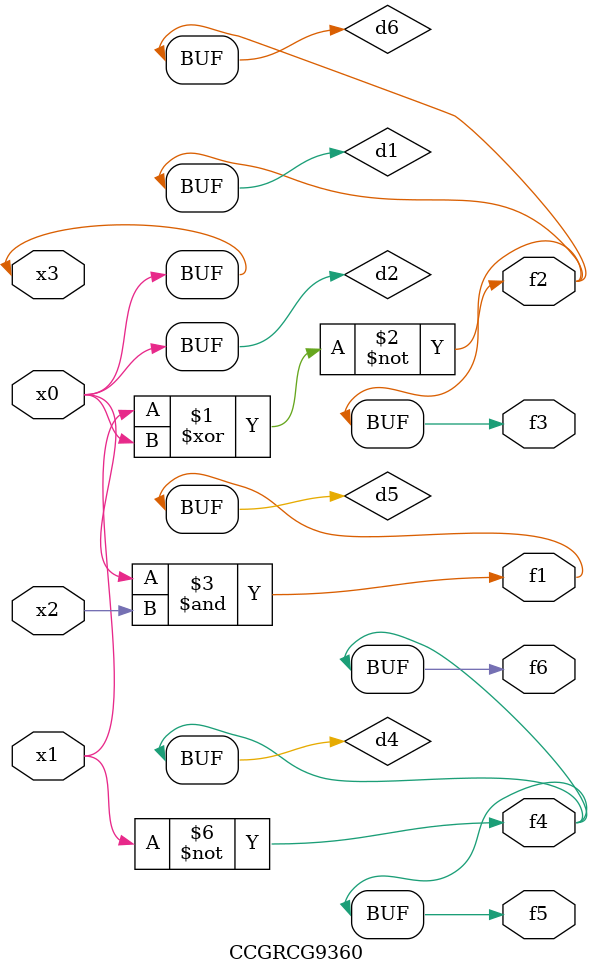
<source format=v>
module CCGRCG9360(
	input x0, x1, x2, x3,
	output f1, f2, f3, f4, f5, f6
);

	wire d1, d2, d3, d4, d5, d6;

	xnor (d1, x1, x3);
	buf (d2, x0, x3);
	nand (d3, x0, x2);
	not (d4, x1);
	nand (d5, d3);
	or (d6, d1);
	assign f1 = d5;
	assign f2 = d6;
	assign f3 = d6;
	assign f4 = d4;
	assign f5 = d4;
	assign f6 = d4;
endmodule

</source>
